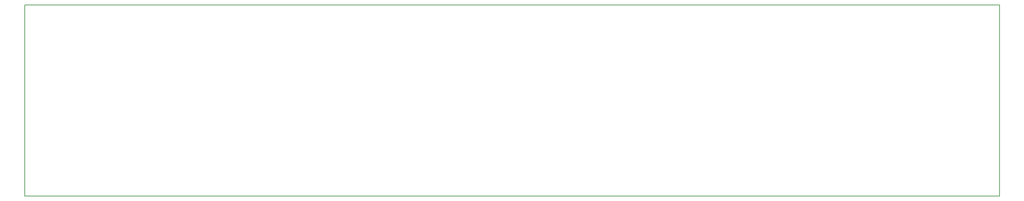
<source format=gbr>
G04 #@! TF.GenerationSoftware,KiCad,Pcbnew,(5.1.2)-2*
G04 #@! TF.CreationDate,2019-08-05T09:06:04-07:00*
G04 #@! TF.ProjectId,Blinkers,426c696e-6b65-4727-932e-6b696361645f,rev?*
G04 #@! TF.SameCoordinates,Original*
G04 #@! TF.FileFunction,Profile,NP*
%FSLAX46Y46*%
G04 Gerber Fmt 4.6, Leading zero omitted, Abs format (unit mm)*
G04 Created by KiCad (PCBNEW (5.1.2)-2) date 2019-08-05 09:06:04*
%MOMM*%
%LPD*%
G04 APERTURE LIST*
%ADD10C,0.150000*%
G04 APERTURE END LIST*
D10*
X263970000Y-81280000D02*
X263970000Y-130280000D01*
X13970000Y-130280000D02*
X263970000Y-130280000D01*
X13970000Y-81280000D02*
X263970000Y-81280000D01*
X13970000Y-81280000D02*
X13970000Y-130280000D01*
M02*

</source>
